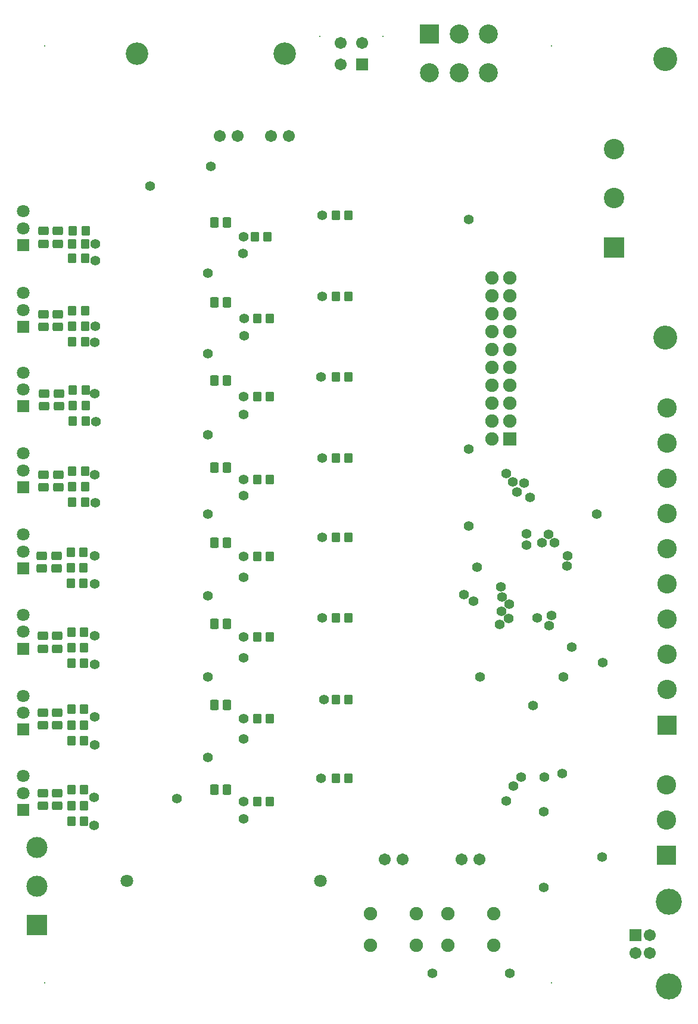
<source format=gbs>
G04*
G04 #@! TF.GenerationSoftware,Altium Limited,Altium Designer,22.5.1 (42)*
G04*
G04 Layer_Color=16711935*
%FSLAX44Y44*%
%MOMM*%
G71*
G04*
G04 #@! TF.SameCoordinates,6C3A9871-7614-464A-A6E8-5A1B9E04D4B5*
G04*
G04*
G04 #@! TF.FilePolarity,Negative*
G04*
G01*
G75*
G04:AMPARAMS|DCode=24|XSize=1.2032mm|YSize=1.5032mm|CornerRadius=0.2266mm|HoleSize=0mm|Usage=FLASHONLY|Rotation=270.000|XOffset=0mm|YOffset=0mm|HoleType=Round|Shape=RoundedRectangle|*
%AMROUNDEDRECTD24*
21,1,1.2032,1.0500,0,0,270.0*
21,1,0.7500,1.5032,0,0,270.0*
1,1,0.4532,-0.5250,-0.3750*
1,1,0.4532,-0.5250,0.3750*
1,1,0.4532,0.5250,0.3750*
1,1,0.4532,0.5250,-0.3750*
%
%ADD24ROUNDEDRECTD24*%
G04:AMPARAMS|DCode=27|XSize=1.2032mm|YSize=1.4032mm|CornerRadius=0.2266mm|HoleSize=0mm|Usage=FLASHONLY|Rotation=0.000|XOffset=0mm|YOffset=0mm|HoleType=Round|Shape=RoundedRectangle|*
%AMROUNDEDRECTD27*
21,1,1.2032,0.9500,0,0,0.0*
21,1,0.7500,1.4032,0,0,0.0*
1,1,0.4532,0.3750,-0.4750*
1,1,0.4532,-0.3750,-0.4750*
1,1,0.4532,-0.3750,0.4750*
1,1,0.4532,0.3750,0.4750*
%
%ADD27ROUNDEDRECTD27*%
G04:AMPARAMS|DCode=31|XSize=1.2032mm|YSize=1.5032mm|CornerRadius=0.2266mm|HoleSize=0mm|Usage=FLASHONLY|Rotation=180.000|XOffset=0mm|YOffset=0mm|HoleType=Round|Shape=RoundedRectangle|*
%AMROUNDEDRECTD31*
21,1,1.2032,1.0500,0,0,180.0*
21,1,0.7500,1.5032,0,0,180.0*
1,1,0.4532,-0.3750,0.5250*
1,1,0.4532,0.3750,0.5250*
1,1,0.4532,0.3750,-0.5250*
1,1,0.4532,-0.3750,-0.5250*
%
%ADD31ROUNDEDRECTD31*%
%ADD44C,1.9032*%
%ADD45C,1.7032*%
%ADD46C,2.7532*%
%ADD47R,2.7532X2.7532*%
%ADD48C,0.2032*%
%ADD49R,2.9032X2.9032*%
%ADD50C,2.9032*%
%ADD51C,3.4032*%
%ADD52R,2.7032X2.7032*%
%ADD53C,2.7032*%
%ADD54R,1.7032X1.7032*%
%ADD55R,1.9032X1.9032*%
%ADD56C,1.8032*%
%ADD57C,3.2032*%
%ADD58R,1.7032X1.7032*%
%ADD59C,3.7032*%
%ADD60R,1.8032X1.8032*%
%ADD61C,3.0032*%
%ADD62R,3.0032X3.0032*%
%ADD111C,1.4032*%
D24*
X1047000Y1319000D02*
D03*
Y1301000D02*
D03*
X1068000Y1319000D02*
D03*
Y1301000D02*
D03*
X1047000Y1415000D02*
D03*
Y1433000D02*
D03*
X1068000Y1415000D02*
D03*
Y1433000D02*
D03*
X1047000Y1524000D02*
D03*
Y1542000D02*
D03*
X1068000Y1524000D02*
D03*
Y1542000D02*
D03*
X1046000Y1638000D02*
D03*
Y1656000D02*
D03*
X1067000Y1638000D02*
D03*
Y1656000D02*
D03*
X1048000Y1753000D02*
D03*
Y1771000D02*
D03*
X1069000Y1753000D02*
D03*
Y1771000D02*
D03*
X1049000Y1868000D02*
D03*
Y1886000D02*
D03*
X1070000Y1868000D02*
D03*
Y1886000D02*
D03*
X1048000Y1981000D02*
D03*
Y1999000D02*
D03*
X1068670Y1981000D02*
D03*
Y1999000D02*
D03*
X1068667Y2117000D02*
D03*
Y2099000D02*
D03*
X1048000D02*
D03*
Y2117000D02*
D03*
D27*
X1464000Y1340000D02*
D03*
X1482000D02*
D03*
X1464000Y2024000D02*
D03*
X1482000D02*
D03*
X1106000Y1301000D02*
D03*
X1088000D02*
D03*
X1106000Y1324000D02*
D03*
X1088000D02*
D03*
X1088000Y1279000D02*
D03*
X1106000D02*
D03*
X1370000Y1425000D02*
D03*
X1352000D02*
D03*
Y1541000D02*
D03*
X1370000D02*
D03*
X1088000Y1415000D02*
D03*
X1106000D02*
D03*
X1088000Y1438000D02*
D03*
X1106000D02*
D03*
X1106000Y1393000D02*
D03*
X1088000D02*
D03*
X1482000Y1568000D02*
D03*
X1464000D02*
D03*
X1088000Y1525000D02*
D03*
X1106000D02*
D03*
X1088000Y1547000D02*
D03*
X1106000D02*
D03*
X1106000Y1503000D02*
D03*
X1088000D02*
D03*
X1482000Y1682000D02*
D03*
X1464000D02*
D03*
X1370000Y1655000D02*
D03*
X1352000D02*
D03*
Y1764000D02*
D03*
X1370000D02*
D03*
X1087000Y1639000D02*
D03*
X1105000D02*
D03*
X1087000Y1661000D02*
D03*
X1105000D02*
D03*
X1105000Y1617000D02*
D03*
X1087000D02*
D03*
X1089000Y1754000D02*
D03*
X1107000D02*
D03*
X1089000Y1776000D02*
D03*
X1107000D02*
D03*
X1107000Y1732000D02*
D03*
X1089000D02*
D03*
X1352000Y1993000D02*
D03*
X1370000D02*
D03*
X1090000Y1869000D02*
D03*
X1108000D02*
D03*
X1090000Y1891000D02*
D03*
X1108000D02*
D03*
X1108000Y1847000D02*
D03*
X1090000D02*
D03*
X1107000Y1960000D02*
D03*
X1089000D02*
D03*
X1107000Y1982000D02*
D03*
X1089000D02*
D03*
X1107000Y2004000D02*
D03*
X1089000D02*
D03*
X1089000Y2099000D02*
D03*
X1107000D02*
D03*
X1089000Y2078000D02*
D03*
X1107000D02*
D03*
X1482000Y2139000D02*
D03*
X1464000D02*
D03*
X1090000Y2117000D02*
D03*
X1108000D02*
D03*
X1348750Y2108500D02*
D03*
X1366750D02*
D03*
X1370000Y1881750D02*
D03*
X1352000D02*
D03*
X1482000Y1910000D02*
D03*
X1464000D02*
D03*
X1482000Y1795000D02*
D03*
X1464000D02*
D03*
X1352000Y1307000D02*
D03*
X1370000D02*
D03*
X1482000Y1452000D02*
D03*
X1464000D02*
D03*
D31*
X1290750Y1324000D02*
D03*
X1308750D02*
D03*
X1290750Y1444000D02*
D03*
X1308750D02*
D03*
Y1674000D02*
D03*
X1290750D02*
D03*
X1308750Y1559000D02*
D03*
X1290750D02*
D03*
X1308750Y1781000D02*
D03*
X1290750D02*
D03*
X1308750Y2128750D02*
D03*
X1290750D02*
D03*
X1308750Y1904750D02*
D03*
X1290750D02*
D03*
X1308750Y2015250D02*
D03*
X1290750D02*
D03*
D44*
X1513250Y1147500D02*
D03*
Y1102500D02*
D03*
X1578250D02*
D03*
Y1147500D02*
D03*
X1623000D02*
D03*
Y1102500D02*
D03*
X1688000D02*
D03*
Y1147500D02*
D03*
X1685600Y1872800D02*
D03*
X1711000D02*
D03*
X1685600Y1847400D02*
D03*
X1711000D02*
D03*
X1685600Y1822000D02*
D03*
X1711000Y1898200D02*
D03*
X1685600D02*
D03*
X1711000Y1923600D02*
D03*
X1685600D02*
D03*
X1711000Y1949000D02*
D03*
X1685600D02*
D03*
Y1974400D02*
D03*
X1711000D02*
D03*
Y1999800D02*
D03*
X1685600D02*
D03*
X1711000Y2025200D02*
D03*
X1685600D02*
D03*
X1711000Y2050600D02*
D03*
X1685600D02*
D03*
D45*
X1642800Y1225000D02*
D03*
X1668200D02*
D03*
X1533050D02*
D03*
X1558450D02*
D03*
X1371550Y2252000D02*
D03*
X1396950D02*
D03*
X1324500Y2252250D02*
D03*
X1299100D02*
D03*
X1470750Y2383750D02*
D03*
X1500750D02*
D03*
X1470750Y2353750D02*
D03*
X1889800Y1092000D02*
D03*
X1909800D02*
D03*
Y1117000D02*
D03*
D46*
X1934500Y1865750D02*
D03*
Y1815750D02*
D03*
Y1765750D02*
D03*
Y1715750D02*
D03*
Y1665750D02*
D03*
Y1615750D02*
D03*
Y1565750D02*
D03*
Y1515750D02*
D03*
Y1465750D02*
D03*
X1934000Y1330500D02*
D03*
Y1280500D02*
D03*
D47*
X1934500Y1415750D02*
D03*
X1934000Y1230500D02*
D03*
D48*
X1770000Y2380000D02*
D03*
X1530750Y2393250D02*
D03*
X1440750D02*
D03*
X1050000Y2380000D02*
D03*
X1770000Y1050000D02*
D03*
X1050000D02*
D03*
D49*
X1859000Y2093500D02*
D03*
D50*
Y2163500D02*
D03*
Y2233500D02*
D03*
D51*
X1932000Y2361000D02*
D03*
Y1966000D02*
D03*
D52*
X1596750Y2397000D02*
D03*
D53*
Y2342000D02*
D03*
X1638750D02*
D03*
X1680750D02*
D03*
Y2397000D02*
D03*
X1638750D02*
D03*
D54*
X1500750Y2353750D02*
D03*
D55*
X1711000Y1822000D02*
D03*
D56*
X1166500Y1194000D02*
D03*
X1441500D02*
D03*
X1019000Y1343000D02*
D03*
Y1319000D02*
D03*
Y1433000D02*
D03*
Y1457000D02*
D03*
Y1548000D02*
D03*
Y1572000D02*
D03*
Y1662000D02*
D03*
Y1686000D02*
D03*
Y1777000D02*
D03*
Y1801000D02*
D03*
Y1892000D02*
D03*
Y1916000D02*
D03*
Y2005000D02*
D03*
Y2029000D02*
D03*
Y2145000D02*
D03*
Y2121000D02*
D03*
D57*
X1181000Y2369000D02*
D03*
X1391000D02*
D03*
D58*
X1889800Y1117000D02*
D03*
D59*
X1936900Y1044300D02*
D03*
Y1164700D02*
D03*
D60*
X1019000Y1295000D02*
D03*
Y1409000D02*
D03*
Y1524000D02*
D03*
Y1638000D02*
D03*
Y1753000D02*
D03*
Y1868000D02*
D03*
Y1981000D02*
D03*
Y2097000D02*
D03*
D61*
X1038500Y1186750D02*
D03*
Y1241750D02*
D03*
D62*
Y1131750D02*
D03*
D111*
X1282000Y1484000D02*
D03*
X1200000Y2181000D02*
D03*
X1669000Y1484000D02*
D03*
X1727053Y1341500D02*
D03*
X1760250D02*
D03*
X1785929Y1346582D02*
D03*
X1787250Y1484000D02*
D03*
X1843250Y1504250D02*
D03*
X1835000Y1715000D02*
D03*
X1652500Y2132901D02*
D03*
X1759000Y1185000D02*
D03*
X1744250Y1443500D02*
D03*
X1653000Y1698000D02*
D03*
Y1807250D02*
D03*
X1765979Y1685979D02*
D03*
X1757000Y1674000D02*
D03*
X1664864Y1639864D02*
D03*
X1282000Y1828000D02*
D03*
Y2057000D02*
D03*
Y1943000D02*
D03*
X1767125Y1556500D02*
D03*
X1770000Y1571000D02*
D03*
X1750000Y1568000D02*
D03*
X1443000Y1340000D02*
D03*
X1333000Y1741000D02*
D03*
X1447000Y1452000D02*
D03*
X1759000Y1292600D02*
D03*
X1601000Y1063500D02*
D03*
X1711000D02*
D03*
X1792000Y1641000D02*
D03*
X1793000Y1656000D02*
D03*
X1721000Y1746000D02*
D03*
X1775000Y1674000D02*
D03*
X1731000Y1759000D02*
D03*
X1740000Y1739000D02*
D03*
X1706000Y1773000D02*
D03*
X1715000Y1761000D02*
D03*
X1716000Y1329000D02*
D03*
X1706000Y1308000D02*
D03*
X1799000Y1526000D02*
D03*
X1709500Y1566942D02*
D03*
X1735000Y1687000D02*
D03*
Y1671000D02*
D03*
X1646000Y1601000D02*
D03*
X1659019Y1591226D02*
D03*
X1238000Y1311000D02*
D03*
X1282000Y1370000D02*
D03*
Y1599000D02*
D03*
Y1715000D02*
D03*
X1286000Y2209000D02*
D03*
X1333000Y1282000D02*
D03*
Y1396000D02*
D03*
Y1511000D02*
D03*
Y1625000D02*
D03*
X1332500Y1856250D02*
D03*
X1333250Y1968250D02*
D03*
X1332000Y2085000D02*
D03*
X1697000Y1558672D02*
D03*
X1842000Y1228000D02*
D03*
X1699000Y1576672D02*
D03*
X1444000Y1682000D02*
D03*
X1700000Y1597000D02*
D03*
X1698369Y1611500D02*
D03*
X1710000Y1587000D02*
D03*
X1444000Y1568000D02*
D03*
Y1795000D02*
D03*
X1443000Y1910000D02*
D03*
X1444000Y2024000D02*
D03*
Y2139000D02*
D03*
X1122000Y1731000D02*
D03*
X1121000Y1542000D02*
D03*
X1120000Y1273000D02*
D03*
Y1313000D02*
D03*
X1122000Y1982000D02*
D03*
X1121000Y1959000D02*
D03*
Y1886000D02*
D03*
X1123000Y1846000D02*
D03*
X1121000Y1771000D02*
D03*
Y1656000D02*
D03*
Y1616000D02*
D03*
Y1502000D02*
D03*
Y1427000D02*
D03*
Y1387000D02*
D03*
X1333000Y1307000D02*
D03*
Y1425000D02*
D03*
Y1541000D02*
D03*
Y1655000D02*
D03*
Y1764000D02*
D03*
X1332500Y1881750D02*
D03*
X1333250Y1993000D02*
D03*
X1332750Y2108500D02*
D03*
X1122000Y2099000D02*
D03*
Y2075000D02*
D03*
M02*

</source>
